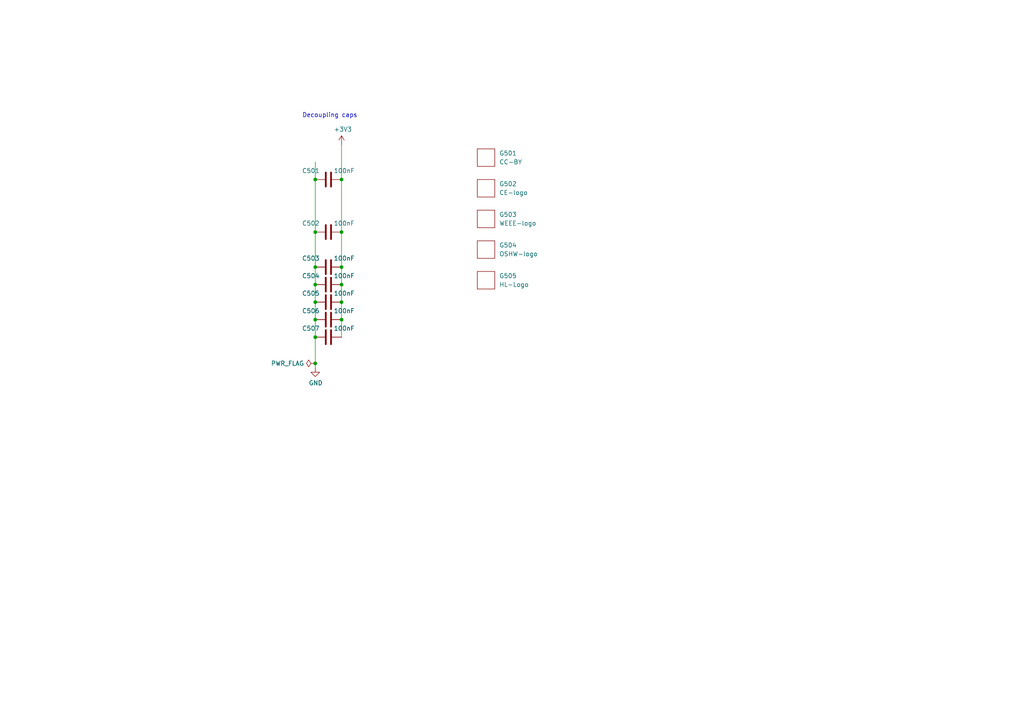
<source format=kicad_sch>
(kicad_sch (version 20211123) (generator eeschema)
  (paper "A4")
  (title_block (title "Engine Top Hat for SH-ESP32") (date "2022-02-03") (rev "1.0.0") (company "Hat Labs Ltd") (comment 1 "https://creativecommons.org/licenses/by/4.0") (comment 2 "To view a copy of this license, visit ") (comment 3 "This design is licensed under CC BY 4.0."))
  (lib_symbols
    (symbol "Device:C" (pin_numbers hide) (pin_names (offset 0.254))
      (property "Reference" "C" (at 0.635 2.54 0))
      (property "Value" "C" (at 0.635 -2.54 0))
      (symbol "C_0_1"
        (polyline (pts (xy -2.032 -0.762) (xy 2.032 -0.762)) (stroke (width 0.508)))
        (polyline (pts (xy -2.032 0.762) (xy 2.032 0.762)) (stroke (width 0.508)))
      )
      (symbol "C_1_1"
        (pin passive line (at 0 3.81 270) (length 2.794) (name "~") (number "1"))
        (pin passive line (at 0 -3.81 90) (length 2.794) (name "~") (number "2"))
      )
    )
    (symbol "SH-ESP32-engine-hat:Image" (in_bom no)
      (property "Reference" "G" (at 0 5.08 0))
      (property "Value" "Image" (at 0 3.81 0))
      (symbol "Image_0_1"
        (rectangle (start -2.54 2.54) (end 2.54 -2.54))
      )
    )
    (symbol "power:+3.3V" (power) (pin_names (offset 0))
      (property "Value" "+3.3V" (at 0 3.556 0))
      (symbol "+3.3V_0_1"
        (polyline (pts (xy -0.762 1.27) (xy 0 2.54)))
        (polyline (pts (xy 0 0) (xy 0 2.54)))
        (polyline (pts (xy 0 2.54) (xy 0.762 1.27)))
      )
      (symbol "+3.3V_1_1"
        (pin power_in line (at 0 0 90) (length 0) hide (name "+3V3") (number "1"))
      )
    )
    (symbol "power:GND" (power) (pin_names (offset 0))
      (property "Value" "GND" (at 0 -3.81 0))
      (symbol "GND_0_1"
        (polyline (pts (xy 0 0) (xy 0 -1.27) (xy 1.27 -1.27) (xy 0 -2.54) (xy -1.27 -1.27) (xy 0 -1.27)))
      )
      (symbol "GND_1_1"
        (pin power_in line (at 0 0 270) (length 0) hide (name "GND") (number "1"))
      )
    )
    (symbol "power:PWR_FLAG" (power) (pin_numbers hide) (pin_names (offset 0) hide)
      (property "Value" "PWR_FLAG" (at 0 3.81 0))
      (symbol "PWR_FLAG_0_0"
        (pin power_out line (at 0 0 90) (length 0) (name "pwr") (number "1"))
      )
      (symbol "PWR_FLAG_0_1"
        (polyline (pts (xy 0 0) (xy 0 1.27) (xy -1.016 1.905) (xy 0 2.54) (xy 1.016 1.905) (xy 0 1.27)))
      )
    )
  )
  (junction (at 91.44 97.79))
  (junction (at 99.06 87.63))
  (junction (at 99.06 77.47))
  (junction (at 91.44 52.07))
  (junction (at 99.06 92.71))
  (junction (at 91.44 87.63))
  (junction (at 99.06 67.31))
  (junction (at 99.06 52.07))
  (junction (at 91.44 92.71))
  (junction (at 91.44 67.31))
  (junction (at 91.44 77.47))
  (junction (at 99.06 82.55))
  (junction (at 91.44 82.55))
  (junction (at 91.44 105.41))
  (wire (pts (xy 99.06 52.07) (xy 99.06 67.31)))
  (wire (pts (xy 99.06 97.79) (xy 99.06 92.71)))
  (wire (pts (xy 91.44 77.47) (xy 91.44 82.55)))
  (wire (pts (xy 91.44 106.68) (xy 91.44 105.41)))
  (wire (pts (xy 99.06 82.55) (xy 99.06 77.47)))
  (wire (pts (xy 99.06 41.91) (xy 99.06 52.07)))
  (wire (pts (xy 99.06 87.63) (xy 99.06 82.55)))
  (wire (pts (xy 91.44 82.55) (xy 91.44 87.63)))
  (wire (pts (xy 91.44 46.99) (xy 91.44 52.07)))
  (wire (pts (xy 99.06 67.31) (xy 99.06 77.47)))
  (wire (pts (xy 91.44 52.07) (xy 91.44 67.31)))
  (wire (pts (xy 91.44 92.71) (xy 91.44 97.79)))
  (wire (pts (xy 91.44 97.79) (xy 91.44 105.41)))
  (wire (pts (xy 91.44 67.31) (xy 91.44 77.47)))
  (wire (pts (xy 99.06 92.71) (xy 99.06 87.63)))
  (wire (pts (xy 91.44 87.63) (xy 91.44 92.71)))
  (text "Decoupling caps" (at 87.63 34.29 0) (effects (font (size 1.27 1.27)) (justify left bottom)))
  (symbol (lib_id "Device:C") (at 95.25 52.07 90) (mirror x) (unit 1)
    (property "Reference" "C501" (at 92.71 49.53 90) (effects (justify left)))
    (property "Value" "100nF" (at 102.87 49.53 90) (effects (justify left)))
    (property "Footprint" "Capacitor_SMD:C_0402_1005Metric" (effects hide))
    (property "LCSC" "C1525" (effects hide))
  )
  (symbol (lib_id "Device:C") (at 95.25 67.31 90) (mirror x) (unit 1)
    (property "Reference" "C502" (at 92.71 64.77 90) (effects (justify left)))
    (property "Value" "100nF" (at 102.87 64.77 90) (effects (justify left)))
    (property "Footprint" "Capacitor_SMD:C_0402_1005Metric" (effects hide))
    (property "LCSC" "C1525" (effects hide))
  )
  (symbol (lib_id "Device:C") (at 95.25 77.47 90) (mirror x) (unit 1)
    (property "Reference" "C503" (at 92.71 74.93 90) (effects (justify left)))
    (property "Value" "100nF" (at 102.87 74.93 90) (effects (justify left)))
    (property "Footprint" "Capacitor_SMD:C_0402_1005Metric" (effects hide))
    (property "LCSC" "C1525" (effects hide))
  )
  (symbol (lib_id "Device:C") (at 95.25 82.55 90) (mirror x) (unit 1)
    (property "Reference" "C504" (at 92.71 80.01 90) (effects (justify left)))
    (property "Value" "100nF" (at 102.87 80.01 90) (effects (justify left)))
    (property "Footprint" "Capacitor_SMD:C_0402_1005Metric" (effects hide))
    (property "LCSC" "C1525" (effects hide))
  )
  (symbol (lib_id "Device:C") (at 95.25 87.63 90) (mirror x) (unit 1)
    (property "Reference" "C505" (at 92.71 85.09 90) (effects (justify left)))
    (property "Value" "100nF" (at 102.87 85.09 90) (effects (justify left)))
    (property "Footprint" "Capacitor_SMD:C_0402_1005Metric" (effects hide))
    (property "LCSC" "C1525" (effects hide))
  )
  (symbol (lib_id "Device:C") (at 95.25 92.71 90) (mirror x) (unit 1)
    (property "Reference" "C506" (at 92.71 90.17 90) (effects (justify left)))
    (property "Value" "100nF" (at 102.87 90.17 90) (effects (justify left)))
    (property "Footprint" "Capacitor_SMD:C_0402_1005Metric" (effects hide))
    (property "LCSC" "C1525" (effects hide))
  )
  (symbol (lib_id "Device:C") (at 95.25 97.79 90) (mirror x) (unit 1)
    (property "Reference" "C507" (at 92.71 95.25 90) (effects (justify left)))
    (property "Value" "100nF" (at 102.87 95.25 90) (effects (justify left)))
    (property "Footprint" "Capacitor_SMD:C_0402_1005Metric" (effects hide))
    (property "LCSC" "C1525" (effects hide))
  )
  (symbol (lib_id "power:+3.3V") (at 99.06 41.91 0) (unit 1)
    (property "Reference" "#PWR0502" (effects hide))
    (property "Value" "+3.3V" (at 99.441 37.5158 0))
  )
  (symbol (lib_id "power:GND") (at 91.44 106.68 0) (unit 1)
    (property "Reference" "#PWR0501" (effects hide))
    (property "Value" "GND" (at 91.567 111.0742 0))
  )
  (symbol (lib_id "power:PWR_FLAG") (at 91.44 105.41 90) (unit 1)
    (property "Reference" "#FLG0501" (effects hide))
    (property "Value" "PWR_FLAG" (at 88.2142 105.41 90) (effects (justify left)))
  )
  (symbol (lib_id "SH-ESP32-engine-hat:Image") (at 140.97 54.61 0) (unit 1) (in_bom no)
    (property "Reference" "G502" (at 144.78 53.3399 0) (effects (justify left)))
    (property "Value" "CE-logo" (at 144.78 55.8799 0) (effects (justify left)))
    (property "Footprint" "Symbol:CE-Logo_11.2x8mm_SilkScreen" (effects hide))
  )
  (symbol (lib_id "SH-ESP32-engine-hat:Image") (at 140.97 72.39 0) (unit 1) (in_bom no)
    (property "Reference" "G504" (at 144.78 71.1199 0) (effects (justify left)))
    (property "Value" "OSHW-logo" (at 144.78 73.6599 0) (effects (justify left)))
    (property "Footprint" "Symbol:OSHW-Logo2_9.8x8mm_SilkScreen" (effects hide))
  )
  (symbol (lib_id "SH-ESP32-engine-hat:Image") (at 140.97 45.72 0) (unit 1) (in_bom no)
    (property "Reference" "G501" (at 144.78 44.4499 0) (effects (justify left)))
    (property "Value" "CC-BY" (at 144.78 46.9899 0) (effects (justify left)))
    (property "Footprint" "SH-ESP32-tank-hat:cc-by_5mm" (effects hide))
  )
  (symbol (lib_id "SH-ESP32-engine-hat:Image") (at 140.97 81.28 0) (unit 1) (in_bom no)
    (property "Reference" "G505" (at 144.78 80.0099 0) (effects (justify left)))
    (property "Value" "HL-Logo" (at 144.78 82.5499 0) (effects (justify left)))
    (property "Footprint" "SH-ESP32-tank-hat:Hat_Labs_20mm" (effects hide))
  )
  (symbol (lib_id "SH-ESP32-engine-hat:Image") (at 140.97 63.5 0) (unit 1) (in_bom no)
    (property "Reference" "G503" (at 144.78 62.2299 0) (effects (justify left)))
    (property "Value" "WEEE-logo" (at 144.78 64.7699 0) (effects (justify left)))
    (property "Footprint" "Symbol:WEEE-Logo_5.6x8mm_SilkScreen" (effects hide))
  )
)
</source>
